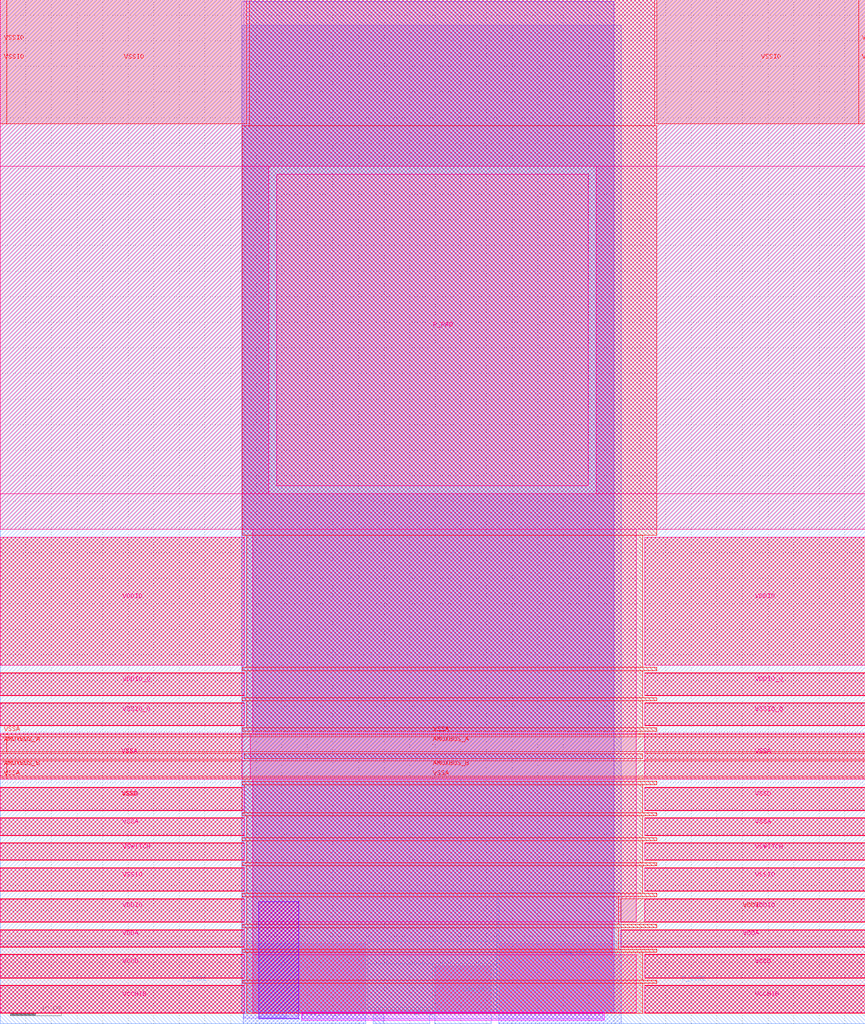
<source format=lef>
VERSION 5.7 ;
  NOWIREEXTENSIONATPIN ON ;
  DIVIDERCHAR "/" ;
  BUSBITCHARS "[]" ;
MACRO sky130_ef_io__top_power_hvc
  CLASS PAD POWER ;
  FOREIGN sky130_ef_io__top_power_hvc ;
  ORIGIN 0.000 0.000 ;
  SIZE 169.000 BY 197.965 ;
  PIN AMUXBUS_A
    DIRECTION INOUT ;
    USE SIGNAL ;
    PORT
      LAYER met4 ;
        RECT 0.000 51.090 169.000 54.070 ;
    END
    PORT
      LAYER met4 ;
        RECT 0.000 51.090 1.270 54.070 ;
    END
  END AMUXBUS_A
  PIN AMUXBUS_B
    DIRECTION INOUT ;
    USE SIGNAL ;
    PORT
      LAYER met4 ;
        RECT 0.000 46.330 169.000 49.310 ;
    END
    PORT
      LAYER met4 ;
        RECT 0.000 46.330 1.270 49.310 ;
    END
  END AMUXBUS_B
  PIN DRN_HVC
    DIRECTION INOUT ;
    USE POWER ;
    PORT
      LAYER met2 ;
        RECT 97.390 -2.035 121.290 23.625 ;
    END
    PORT
      LAYER met3 ;
        RECT 84.890 -2.035 95.890 9.295 ;
    END
  END DRN_HVC
  PIN P_CORE
    DIRECTION INOUT ;
    USE POWER ;
    PORT
      LAYER met3 ;
        RECT 0.000 -2.035 71.395 13.650 ;
    END
    PORT
      LAYER met3 ;
        RECT 97.390 -2.035 169.000 13.650 ;
    END
  END P_CORE
  PIN P_PAD
    DIRECTION INOUT ;
    USE POWER ;
    PORT
      LAYER met5 ;
        RECT 54.050 103.085 114.890 163.910 ;
    END
  END P_PAD
  PIN SRC_BDY_HVC
    DIRECTION INOUT ;
    USE GROUND ;
    PORT
      LAYER met2 ;
        RECT 47.495 -2.035 71.395 0.020 ;
    END
    PORT
      LAYER met3 ;
        RECT 72.895 -2.035 83.895 0.690 ;
    END
  END SRC_BDY_HVC
  PIN VSSA
    DIRECTION INOUT ;
    USE GROUND ;
    PORT
      LAYER met5 ;
        RECT 125.885 45.700 169.000 54.700 ;
    END
    PORT
      LAYER met5 ;
        RECT 125.885 34.800 169.000 38.050 ;
    END
    PORT
      LAYER met4 ;
        RECT 125.885 49.610 169.000 50.790 ;
    END
    PORT
      LAYER met4 ;
        RECT 0.000 54.370 169.000 54.700 ;
    END
    PORT
      LAYER met4 ;
        RECT 0.000 45.700 169.000 46.030 ;
    END
    PORT
      LAYER met4 ;
        RECT 125.885 34.700 169.000 38.150 ;
    END
    PORT
      LAYER met5 ;
        RECT 0.000 45.700 47.240 54.700 ;
    END
    PORT
      LAYER met5 ;
        RECT 0.000 34.800 47.715 38.050 ;
    END
    PORT
      LAYER met4 ;
        RECT 0.000 45.700 1.270 46.030 ;
    END
    PORT
      LAYER met4 ;
        RECT 0.000 49.610 47.240 50.790 ;
    END
    PORT
      LAYER met4 ;
        RECT 0.000 54.370 1.270 54.700 ;
    END
    PORT
      LAYER met4 ;
        RECT 0.000 34.700 47.715 38.150 ;
    END
  END VSSA
  PIN VDDA
    DIRECTION INOUT ;
    USE POWER ;
    PORT
      LAYER met5 ;
        RECT 121.205 13.000 169.000 16.250 ;
    END
    PORT
      LAYER met4 ;
        RECT 121.205 12.900 169.000 16.350 ;
    END
    PORT
      LAYER met5 ;
        RECT 0.000 13.000 47.715 16.250 ;
    END
    PORT
      LAYER met4 ;
        RECT 0.000 12.900 47.715 16.350 ;
    END
  END VDDA
  PIN VSWITCH
    DIRECTION INOUT ;
    USE POWER ;
    PORT
      LAYER met5 ;
        RECT 125.885 29.950 169.000 33.200 ;
    END
    PORT
      LAYER met4 ;
        RECT 125.885 29.850 169.000 33.300 ;
    END
    PORT
      LAYER met5 ;
        RECT 0.000 29.950 47.715 33.200 ;
    END
    PORT
      LAYER met4 ;
        RECT 0.000 29.850 47.715 33.300 ;
    END
  END VSWITCH
  PIN VDDIO_Q
    DIRECTION INOUT ;
    USE POWER ;
    PORT
      LAYER met5 ;
        RECT 125.885 62.150 169.000 66.400 ;
    END
    PORT
      LAYER met4 ;
        RECT 125.885 62.050 169.000 66.500 ;
    END
    PORT
      LAYER met5 ;
        RECT 0.000 62.150 47.715 66.400 ;
    END
    PORT
      LAYER met4 ;
        RECT 0.000 62.050 47.715 66.500 ;
    END
  END VDDIO_Q
  PIN VCCHIB
    DIRECTION INOUT ;
    USE POWER ;
    PORT
      LAYER met5 ;
        RECT 125.885 0.100 169.000 5.350 ;
    END
    PORT
      LAYER met4 ;
        RECT 125.885 0.000 169.000 5.450 ;
    END
    PORT
      LAYER met5 ;
        RECT 0.000 0.100 47.715 5.350 ;
    END
    PORT
      LAYER met4 ;
        RECT 0.000 0.000 47.715 5.450 ;
    END
  END VCCHIB
  PIN VDDIO
    DIRECTION INOUT ;
    USE POWER ;
    PORT
      LAYER met5 ;
        RECT 125.885 68.000 169.000 92.950 ;
    END
    PORT
      LAYER met5 ;
        RECT 125.885 17.850 169.000 22.300 ;
    END
    PORT
      LAYER met4 ;
        RECT 121.205 17.750 169.000 22.400 ;
    END
    PORT
      LAYER met4 ;
        RECT 125.885 68.000 169.000 92.965 ;
    END
    PORT
      LAYER met5 ;
        RECT 0.000 68.000 47.715 92.950 ;
    END
    PORT
      LAYER met5 ;
        RECT 0.000 17.850 47.715 22.300 ;
    END
    PORT
      LAYER met4 ;
        RECT 0.000 17.750 47.715 22.400 ;
    END
    PORT
      LAYER met4 ;
        RECT 0.000 68.000 47.715 92.965 ;
    END
  END VDDIO
  PIN VCCD
    DIRECTION INOUT ;
    USE POWER ;
    PORT
      LAYER met5 ;
        RECT 125.885 6.950 169.000 11.400 ;
    END
    PORT
      LAYER met4 ;
        RECT 125.885 6.850 169.000 11.500 ;
    END
    PORT
      LAYER met5 ;
        RECT 0.000 6.950 47.715 11.400 ;
    END
    PORT
      LAYER met4 ;
        RECT 0.000 6.850 47.715 11.500 ;
    END
  END VCCD
  PIN VSSIO
    DIRECTION INOUT ;
    USE GROUND ;
    PORT
      LAYER met4 ;
        RECT 128.245 173.750 169.000 197.965 ;
    END
    PORT
      LAYER met4 ;
        RECT 168.360 189.565 168.370 189.575 ;
    END
    PORT
      LAYER met5 ;
        RECT 125.885 23.900 169.000 28.350 ;
    END
    PORT
      LAYER met4 ;
        RECT 125.885 23.800 169.000 28.450 ;
    END
    PORT
      LAYER met4 ;
        RECT 167.730 173.750 169.000 197.965 ;
    END
    PORT
      LAYER met4 ;
        RECT 0.000 173.750 48.205 197.965 ;
    END
    PORT
      LAYER met4 ;
        RECT 0.630 189.565 0.640 189.575 ;
    END
    PORT
      LAYER met5 ;
        RECT 0.000 23.900 47.715 28.350 ;
    END
    PORT
      LAYER met4 ;
        RECT 0.000 173.750 1.270 197.965 ;
    END
    PORT
      LAYER met4 ;
        RECT 0.000 23.800 47.715 28.450 ;
    END
  END VSSIO
  PIN VSSD
    DIRECTION INOUT ;
    USE GROUND ;
    PORT
      LAYER met5 ;
        RECT 125.885 39.650 169.000 44.100 ;
    END
    PORT
      LAYER met4 ;
        RECT 125.885 39.550 169.000 44.200 ;
    END
    PORT
      LAYER met5 ;
        RECT 0.000 39.650 47.715 44.100 ;
    END
    PORT
      LAYER met4 ;
        RECT 0.000 39.550 47.250 44.200 ;
    END
  END VSSD
  PIN VSSIO_Q
    DIRECTION INOUT ;
    USE GROUND ;
    PORT
      LAYER met5 ;
        RECT 125.885 56.300 169.000 60.550 ;
    END
    PORT
      LAYER met4 ;
        RECT 125.885 56.200 169.000 60.650 ;
    END
    PORT
      LAYER met5 ;
        RECT 0.000 56.300 47.715 60.550 ;
    END
    PORT
      LAYER met4 ;
        RECT 0.000 56.200 47.715 60.650 ;
    END
  END VSSIO_Q
  OBS
      LAYER pwell ;
        RECT 50.495 -1.100 58.285 21.755 ;
      LAYER nwell ;
        RECT 58.860 -1.350 117.965 0.170 ;
      LAYER li1 ;
        RECT 47.610 0.000 119.855 197.660 ;
        RECT 47.610 -0.970 58.155 0.000 ;
        RECT 59.035 -0.115 60.045 0.000 ;
        RECT 116.730 -0.115 117.680 0.000 ;
        RECT 59.035 -1.065 117.680 -0.115 ;
      LAYER met1 ;
        RECT 47.185 0.000 119.915 197.690 ;
        RECT 50.625 -0.905 55.855 0.000 ;
        RECT 59.035 -0.115 60.350 0.000 ;
        POLYGON 60.350 0.000 60.465 -0.115 60.350 -0.115 ;
        POLYGON 116.540 0.000 116.540 -0.115 116.425 -0.115 ;
        RECT 116.540 -0.115 117.680 0.000 ;
        RECT 59.035 -1.065 117.680 -0.115 ;
      LAYER met2 ;
        RECT 47.265 23.905 121.290 193.040 ;
        RECT 47.265 0.300 97.110 23.905 ;
        RECT 71.675 0.000 97.110 0.300 ;
        RECT 72.895 -2.035 74.895 -0.115 ;
      LAYER met3 ;
        RECT 0.000 14.050 169.000 197.965 ;
        RECT 71.795 9.695 96.990 14.050 ;
        RECT 71.795 1.090 84.490 9.695 ;
        RECT 71.795 0.690 72.495 1.090 ;
        RECT 84.295 0.690 84.490 1.090 ;
        RECT 96.290 0.690 96.990 9.695 ;
      LAYER met4 ;
        RECT 48.605 173.350 127.845 197.965 ;
        RECT 47.240 93.365 128.245 173.350 ;
        RECT 48.115 67.600 125.485 93.365 ;
        RECT 47.240 66.900 128.245 67.600 ;
        RECT 48.115 61.650 125.485 66.900 ;
        RECT 47.240 61.050 128.245 61.650 ;
        RECT 48.115 55.800 125.485 61.050 ;
        RECT 47.240 55.100 128.245 55.800 ;
        RECT 47.640 49.710 125.485 50.690 ;
        RECT 47.240 44.600 128.245 45.300 ;
        RECT 47.650 39.150 125.485 44.600 ;
        RECT 47.240 38.550 128.245 39.150 ;
        RECT 48.115 34.300 125.485 38.550 ;
        RECT 47.240 33.700 128.245 34.300 ;
        RECT 48.115 29.450 125.485 33.700 ;
        RECT 47.240 28.850 128.245 29.450 ;
        RECT 48.115 23.400 125.485 28.850 ;
        RECT 47.240 22.800 128.245 23.400 ;
        RECT 48.115 17.350 120.805 22.800 ;
        RECT 47.240 16.750 128.245 17.350 ;
        RECT 48.115 12.500 120.805 16.750 ;
        RECT 47.240 11.900 128.245 12.500 ;
        RECT 48.115 6.450 125.485 11.900 ;
        RECT 47.240 5.850 128.245 6.450 ;
        RECT 48.115 0.000 125.485 5.850 ;
      LAYER met5 ;
        RECT 0.000 165.510 169.000 197.965 ;
        RECT 0.000 101.485 52.450 165.510 ;
        RECT 116.490 101.485 169.000 165.510 ;
        RECT 0.000 94.550 169.000 101.485 ;
        RECT 49.315 54.700 124.285 94.550 ;
        RECT 48.840 45.700 124.285 54.700 ;
        RECT 49.315 17.850 124.285 45.700 ;
        RECT 49.315 11.400 119.605 17.850 ;
        RECT 49.315 0.100 124.285 11.400 ;
  END
END sky130_ef_io__top_power_hvc
END LIBRARY


</source>
